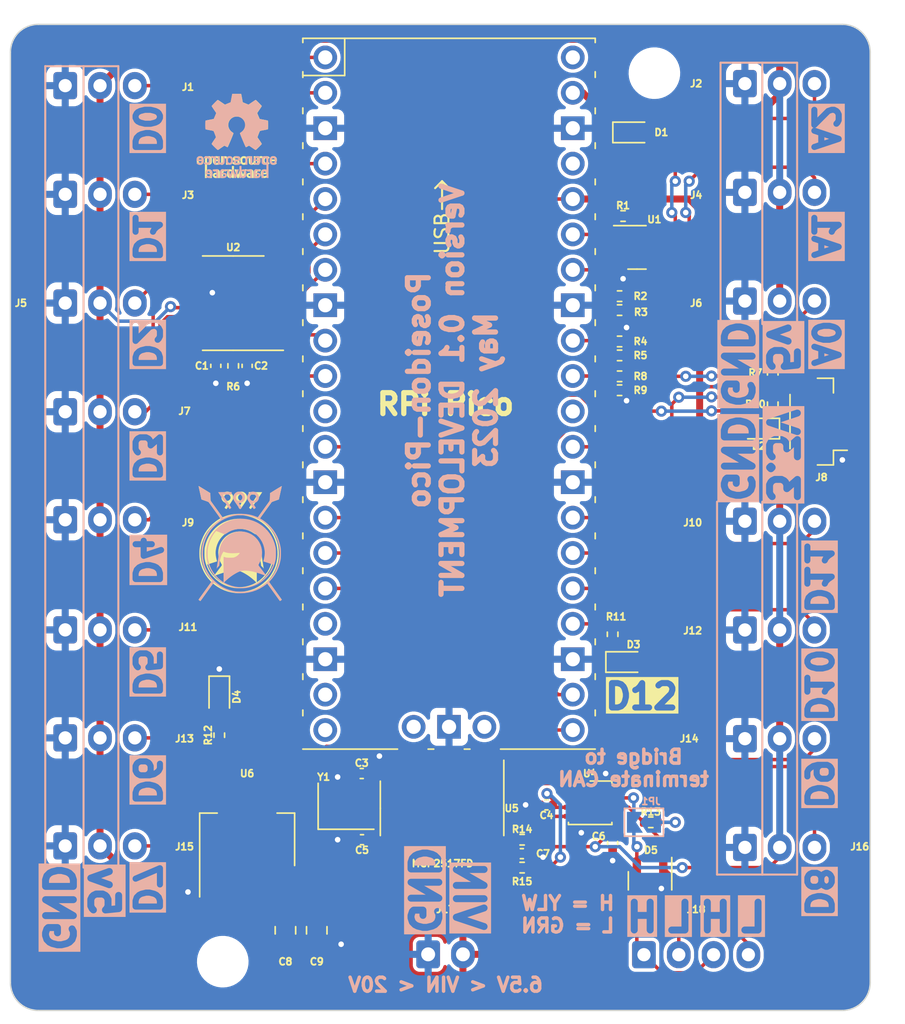
<source format=kicad_pcb>
(kicad_pcb (version 20221018) (generator pcbnew)
  (layers (0 "F.Cu" signal) (31 "B.Cu" signal) (34 "B.Paste" user) (35 "F.Paste" user) (36 "B.SilkS" user "B.Silkscreen") (37 "F.SilkS" user "F.Silkscreen") (38 "B.Mask" user) (39 "F.Mask" user) (44 "Edge.Cuts" user))
  (net 0 "")
  (net 1 "GND")
  (net 2 "+5V")
  (net 3 "+3.3V")
  (net 4 "/CAN_CLK_A")
  (net 5 "CANL")
  (net 6 "CANH")
  (net 7 "/CAN_CLK_B")
  (net 8 "CAN_CS")
  (net 9 "CAN_INT")
  (net 10 "5GPIO0")
  (net 11 "5GPIO4")
  (net 12 "5GPIO1")
  (net 13 "5GPIO5")
  (net 14 "5GPIO2")
  (net 15 "5GPIO6")
  (net 16 "5GPIO3")
  (net 17 "5GPIO7")
  (net 18 "SCL")
  (net 19 "SDA")
  (net 20 "3GPIO7")
  (net 21 "3GPIO6")
  (net 22 "3GPIO5")
  (net 23 "3GPIO4")
  (net 24 "3GPIO3")
  (net 25 "3GPIO2")
  (net 26 "3GPIO1")
  (net 27 "3GPIO0")
  (net 28 "ADC_VREF")
  (net 29 "CAN_SCK")
  (net 30 "CAN_PICO")
  (net 31 "VIN")
  (net 32 "GPIO8")
  (net 33 "GPIO10")
  (net 34 "GPIO11")
  (net 35 "GPIO9")
  (net 36 "5ADC0")
  (net 37 "5ADC1")
  (net 38 "5ADC2")
  (net 39 "3ADC0")
  (net 40 "3ADC1")
  (net 41 "3ADC2")
  (net 42 "CAN_POCI")
  (net 43 "/TXCAN")
  (net 44 "Net-(D1-K)")
  (net 45 "Net-(D2-K)")
  (net 46 "Net-(D3-A)")
  (net 47 "Net-(D4-A)")
  (net 48 "Net-(U2-OE)")
  (net 49 "Net-(U3-GPIO18)")
  (net 50 "/RXCAN")
  (net 63 "Net-(JP1-A)")
  (footprint "Connector_JST:JST_XH_B3B-XH-A_1x03_P2.50mm_Vertical" (layer "F.Cu") (at 100.433645 130.443662)
    (fp_text reference "J15")
    (fp_text value "Conn_01x03" hide)
  )
  (footprint "Connector_JST:JST_XH_B3B-XH-A_1x03_P2.50mm_Vertical" (layer "F.Cu") (at 100.433645 91.493662)
    (fp_text reference "J5")
    (fp_text value "Conn_01x03" hide)
  )
  (footprint "Resistor_SMD:R_0402_1005Metric" (layer "F.Cu") (at 111.5 122.5 -90)
    (fp_text reference "R12")
    (fp_text value "300" hide)
  )
  (footprint "Resistor_SMD:R_0402_1005Metric" (layer "F.Cu") (at 140.25 97.75)
    (fp_text reference "R9")
    (fp_text value "2.7k" hide)
  )
  (footprint "Connector_JST:JST_XH_B3B-XH-A_1x03_P2.50mm_Vertical" (layer "F.Cu") (at 100.433645 107.043662)
    (fp_text reference "J9")
    (fp_text value "Conn_01x03" hide)
  )
  (footprint "Connector_JST:JST_XH_B3B-XH-A_1x03_P2.50mm_Vertical" (layer "F.Cu") (at 149.25 114.95)
    (fp_text reference "J12")
    (fp_text value "Conn_01x03" hide)
  )
  (footprint "Resistor_SMD:R_0402_1005Metric" (layer "F.Cu") (at 140.5 85.25)
    (fp_text reference "R1")
    (fp_text value "10k" hide)
  )
  (footprint "Diode_SMD:D_0603_1608Metric" (layer "F.Cu") (at 141.25 79.25)
    (fp_text reference "D1")
    (fp_text value "D_Schottky" hide)
  )
  (footprint "Connector_JST:JST_XH_B3B-XH-A_1x03_P2.50mm_Vertical" (layer "F.Cu") (at 149.25 75.75)
    (fp_text reference "J2")
    (fp_text value "Conn_01x03" hide)
  )
  (footprint "Resistor_SMD:R_0402_1005Metric" (layer "F.Cu") (at 140.25 92)
    (fp_text reference "R3")
    (fp_text value "2.7k" hide)
  )
  (footprint "Connector_JST:JST_XH_B3B-XH-A_1x03_P2.50mm_Vertical" (layer "F.Cu") (at 149.25 130.55)
    (fp_text reference "J16")
    (fp_text value "Conn_01x03" hide)
  )
  (footprint "Package_TO_SOT_SMD:SOT-23" (layer "F.Cu") (at 141.5 87.5)
    (fp_text reference "U1")
    (fp_text value "LM4040DBZ-3" hide)
  )
  (footprint "Crystal:Crystal_SMD_3225-4Pin_3.2x2.5mm" (layer "F.Cu") (at 120.6 127.6)
    (fp_text reference "Y1")
    (fp_text value "40 MHz 9 pF" hide)
  )
  (footprint "Resistor_SMD:R_0402_1005Metric" (layer "F.Cu") (at 133.25 132 180)
    (fp_text reference "R15")
    (fp_text value "1k" hide)
  )
  (footprint "Resistor_SMD:R_0402_1005Metric" (layer "F.Cu") (at 151.25 98.75 90)
    (fp_text reference "R10")
    (fp_text value "10k" hide)
  )
  (footprint "MCU_RaspberryPi_and_Boards:RPi_Pico_SMD_TH" (layer "F.Cu") (at 128 98)
    (fp_text reference "U3" hide)
    (fp_text value "Pico" hide)
  )
  (footprint "Connector_JST:JST_SH_BM04B-SRSS-TB_1x04-1MP_P1.00mm_Vertical" (layer "F.Cu") (at 154.5 100 90)
    (fp_text reference "J8")
    (fp_text value "Conn_01x04" hide)
  )
  (footprint "Package_SO:TSSOP-20_4.4x6.5mm_P0.65mm" (layer "F.Cu") (at 112.5 91.5 180)
    (fp_text reference "U2")
    (fp_text value "TXB0108DQSR" hide)
  )
  (footprint "Package_TO_SOT_SMD:SOT-223-3_TabPin2" (layer "F.Cu") (at 113.5 130 90)
    (fp_text reference "U6")
    (fp_text value "NCP1117-5.0_SOT223" hide)
  )
  (footprint "Capacitor_SMD:C_0402_1005Metric" (layer "F.Cu") (at 111.25 96 -90)
    (fp_text reference "C1")
    (fp_text value "0.1 uF" hide)
  )
  (footprint "Connector_JST:JST_XH_B3B-XH-A_1x03_P2.50mm_Vertical" (layer "F.Cu") (at 100.433645 99.293662)
    (fp_text reference "J7")
    (fp_text value "Conn_01x03" hide)
  )
  (footprint "Resistor_SMD:R_0402_1005Metric" (layer "F.Cu") (at 140.25 91 180)
    (fp_text reference "R2")
    (fp_text value "1.5k" hide)
  )
  (footprint "MountingHole:MountingHole_3.2mm_M3" (layer "F.Cu") (at 142.75 75)
    (fp_text reference "REF**" hide)
    (fp_text value "MountingHole_3.2mm_M3" hide)
  )
  (footprint "Capacitor_SMD:C_0805_2012Metric" (layer "F.Cu") (at 118.5 136.5 -90)
    (fp_text reference "C9")
    (fp_text value "10 uF 35v" hide)
  )
  (footprint "Package_DFN_QFN:DFN-8-1EP_3x3mm_P0.65mm_EP1.55x2.4mm" (layer "F.Cu") (at 138.1375 127.35)
    (fp_text reference "U4")
    (fp_text value "MCP2542FDxMF" hide)
  )
  (footprint "Capacitor_SMD:C_0402_1005Metric" (layer "F.Cu") (at 133.23 131)
    (fp_text reference "C7")
    (fp_text value "0.1 uF" hide)
  )
  (footprint "Resistor_SMD:R_0402_1005Metric" (layer "F.Cu") (at 140.25 96.75 180)
    (fp_text reference "R8")
    (fp_text value "1.5k" hide)
  )
  (footprint "Connector_JST:JST_XH_B3B-XH-A_1x03_P2.50mm_Vertical" (layer "F.Cu") (at 100.433645 122.693662)
    (fp_text reference "J13")
    (fp_text value "Conn_01x03" hide)
  )
  (footprint "Resistor_SMD:R_0402_1005Metric" (layer "F.Cu") (at 112.5 96 90)
    (fp_text reference "R6")
    (fp_text value "10k" hide)
  )
  (footprint "Package_TO_SOT_SMD:SOT-23" (layer "F.Cu") (at 142.4375 132.95 -90)
    (fp_text reference "D5")
    (fp_text value "NUP2105L" hide)
  )
  (footprint "MountingHole:MountingHole_3.2mm_M3" (layer "F.Cu") (at 111.75 138.75)
    (fp_text reference "REF**" hide)
    (fp_text value "MountingHole_3.2mm_M3" hide)
  )
  (footprint "LED_SMD:LED_0603_1608Metric" (layer "F.Cu") (at 140.75 117.25)
    (fp_text reference "D3")
    (fp_text value "LED" hide)
  )
  (footprint "Connector_JST:JST_XH_B3B-XH-A_1x03_P2.50mm_Vertical" (layer "F.Cu") (at 149.25 122.75)
    (fp_text reference "J14")
    (fp_text value "Conn_01x03" hide)
  )
  (footprint "Package_SO:SOIC-14_3.9x8.7mm_P1.27mm" (layer "F.Cu") (at 127.5 127.75 -90)
    (fp_text reference "U5")
    (fp_text value "MCP2517FD-xSL" hide)
  )
  (footprint "Capacitor_SMD:C_0402_1005Metric" (layer "F.Cu") (at 121.75 130)
    (fp_text reference "C5")
    (fp_text value "10 pF" hide)
  )
  (footprint "Capacitor_SMD:C_0402_1005Metric" (layer "F.Cu") (at 135 127.5)
    (fp_text reference "C4")
    (fp_text value "0.1 uF" hide)
  )
  (footprint "Resistor_SMD:R_0402_1005Metric" (layer "F.Cu") (at 133.25 130 180)
    (fp_text reference "R14")
    (fp_text value "1k" hide)
  )
  (footprint "Connector_JST:JST_XH_B3B-XH-A_1x03_P2.50mm_Vertical" (layer "F.Cu") (at 149.25 91.35)
    (fp_text reference "J6")
    (fp_text value "Conn_01x03" hide)
  )
  (footprint "Connector_JST:JST_XH_B3B-XH-A_1x03_P2.50mm_Vertical" (layer "F.Cu") (at 149.25 107.15)
    (fp_text reference "J10")
    (fp_text value "Conn_01x03" hide)
  )
  (footprint "Connector_JST:JST_XH_B2B-XH-A_1x02_P2.50mm_Vertical" (layer "F.Cu") (at 126.5 138.225)
    (fp_text reference "J17")
    (fp_text value "Conn_01x02" hide)
  )
  (footprint "Resistor_SMD:R_0402_1005Metric" (layer "F.Cu") (at 140.25 94.25)
    (fp_text reference "R4")
    (fp_text value "2.7k" hide)
  )
  (footprint "Connector_JST:JST_XH_B3B-XH-A_1x03_P2.50mm_Vertical" (layer "F.Cu") (at 149.25 83.55)
    (fp_text reference "J4")
    (fp_text value "Conn_01x03" hide)
  )
  (footprint "Diode_SMD:D_0603_1608Metric" (layer "F.Cu") (at 150.25 100.5 180)
    (fp_text reference "D2")
    (fp_text value "D_Schottky" hide)
  )
  (footprint "Connector_JST:JST_XH_B3B-XH-A_1x03_P2.50mm_Vertical" (layer "F.Cu") (at 100.433645 114.943662)
    (fp_text reference "J11")
    (fp_text value "Conn_01x03" hide)
  )
  (footprint "Capacitor_SMD:C_0402_1005Metric" (layer "F.Cu") (at 139.75 130.23 -90)
    (fp_text reference "C6")
    (fp_text value "0.1 uF" hide)
  )
  (footprint "Capacitor_SMD:C_0402_1005Metric" (layer "F.Cu") (at 113.5 96 -90)
    (fp_text reference "C2")
    (fp_text value "0.1 uF" hide)
  )
  (footprint "Connector_JST:JST_XH_B3B-XH-A_1x03_P2.50mm_Vertical" (layer "F.Cu") (at 100.433645 83.693662)
    (fp_text reference "J3")
    (fp_text value "Conn_01x03" hide)
  )
  (footprint "LED_SMD:LED_0603_1608Metric" (layer "F.Cu") (at 111.5 119.75 -90)
    (fp_text reference "D4")
    (fp_text value "LED" hide)
  )
  (footprint "Connector_JST:JST_XH_B4B-XH-A_1x04_P2.50mm_Vertical" (layer "F.Cu") (at 142 138.25)
    (fp_text reference "J18")
    (fp_text value "Conn_01x04" hide)
  )
  (footprint "Resistor_SMD:R_0402_1005Metric" (layer "F.Cu") (at 139.75 115.26 90)
    (fp_text reference "R11")
    (fp_text value "300" hide)
  )
  (footprint "Capacitor_SMD:C_0402_1005Metric" (layer "F.Cu") (at 121.73 125.25 180)
    (fp_text reference "C3")
    (fp_text value "10 pF" hide)
  )
  (footprint "parts:997-big" (layer "F.Cu") (at 112.956356 108.256338)
    (fp_text reference "1" hide)
    (fp_text value "LOGO" hide)
  )
  (footprint "Resistor_SMD:R_0402_1005Metric" (layer "F.Cu") (at 142.49 128.75 180)
    (fp_text reference "R13")
    (fp_text value "120" hide)
  )
  (footprint "Symbol:OSHW-Logo_5.7x6mm_SilkScreen" (layer "F.Cu") (at 112.75 79.5)
    (fp_text reference "oshw_f" hide)
    (fp_text value "OSHW-Logo_5.7x6mm_SilkScreen" hide)
  )
  (footprint "Capacitor_SMD:C_0805_2012Metric" (layer "F.Cu") (at 116.25 136.5 -90)
    (fp_text reference "C8")
    (fp_text value "10 uF" hide)
  )
  (footprint "Resistor_SMD:R_0402_1005Metric" (layer "F.Cu") (at 151.25 96.5 -90)
    (fp_text reference "R7")
    (fp_text value "10k" hide)
  )
  (footprint "Resistor_SMD:R_0402_1005Metric" (layer "F.Cu") (at 140.25 95.25 180)
    (fp_text reference "R5")
    (fp_text value "1.5k" hide)
  )
  (footprint "Connector_JST:JST_XH_B3B-XH-A_1x03_P2.50mm_Vertical" (layer "F.Cu") (at 100.433645 75.893662)
    (fp_text reference "J1")
    (fp_text value "Conn_01x03" hide)
  )
  (footprint "Jumper:SolderJumper-2_P1.3mm_Open_TrianglePad1.0x1.5mm" (layer "B.Cu") (at 142 128.75 180)
    (fp_text reference "JP1")
    (fp_text value "Jumper_2_Open" hide)
  )
  (footprint "parts:997-big" (layer "B.Cu") (at 113.043646 108.256338 180)
    (fp_text reference "2" hide)
    (fp_text value "LOGO" hide)
  )
  (footprint "Symbol:OSHW-Logo_5.7x6mm_SilkScreen" (layer "B.Cu") (at 112.75 79.5 180)
    (fp_text reference "oshw_b" hide)
    (fp_text value "OSHW-Logo_5.7x6mm_SilkScreen" hide)
  )
  (gr_line (start 147.5 92.75) (end 147.5 74.25) (stroke (width 0.15)) (layer "B.SilkS"))
  (gr_line (start 104.25 132) (end 104.25 74.5) (stroke (width 0.15)) (layer "B.SilkS"))
  (gr_line (start 153 132.5) (end 150.5 132.5) (stroke (width 0.15)) (layer "B.SilkS"))
  (gr_line (start 147.25 105.75) (end 147.25 132.5) (stroke (width 0.15)) (layer "B.SilkS"))
  (gr_line (start 104.25 74.5) (end 99 74.5) (stroke (width 0.15)) (layer "B.SilkS"))
  (gr_line (start 153 105.75) (end 153 132.5) (stroke (width 0.15)) (layer "B.SilkS"))
  (gr_line (start 150.5 105.75) (end 150.5 132.5) (stroke (width 0.15)) (layer "B.SilkS"))
  (gr_line (start 99 74.5) (end 99 131.75) (stroke (width 0.15)) (layer "B.SilkS"))
  (gr_line (start 147.5 74.25) (end 153 74.25) (stroke (width 0.15)) (layer "B.SilkS"))
  (gr_line (start 150.5 93) (end 150.5 74.25) (stroke (width 0.15)) (layer "B.SilkS"))
  (gr_line (start 153 74.25) (end 153 93) (stroke (width 0.15)) (layer "B.SilkS"))
  (gr_line (start 101.75 132) (end 101.75 74.5) (stroke (width 0.15)) (layer "B.SilkS"))
  (gr_line (start 147.25 132.5) (end 150.5 132.5) (stroke (width 0.15)) (layer "B.SilkS"))
  (gr_line (start 127.5 82.75) (end 128 83.25) (stroke (width 0.15)) (layer "F.SilkS"))
  (gr_line (start 127.5 84.75) (end 127.5 82.75) (stroke (width 0.15)) (layer "F.SilkS"))
  (gr_line (start 127.5 82.75) (end 127 83.25) (stroke (width 0.15)) (layer "F.SilkS"))
  (gr_line (start 158.25 73.5) (end 158.25 140.25) (stroke (width 0.1)) (layer "Edge.Cuts"))
  (gr_arc (start 98.5 142.25) (mid 97.085786 141.664214) (end 96.5 140.25) (stroke (width 0.1)) (layer "Edge.Cuts"))
  (gr_line (start 96.5 140.25) (end 96.5 73.5) (stroke (width 0.1)) (layer "Edge.Cuts"))
  (gr_arc (start 156.25 71.5) (mid 157.664214 72.085786) (end 158.25 73.5) (stroke (width 0.1)) (layer "Edge.Cuts"))
  (gr_arc (start 96.5 73.5) (mid 97.085786 72.085786) (end 98.5 71.5) (stroke (width 0.1)) (layer "Edge.Cuts"))
  (gr_line (start 98.5 71.5) (end 156.25 71.5) (stroke (width 0.1)) (layer "Edge.Cuts"))
  (gr_line (start 156.25 142.25) (end 98.5 142.25) (stroke (width 0.1)) (layer "Edge.Cuts"))
  (gr_arc (start 158.25 140.25) (mid 157.664214 141.664214) (end 156.25 142.25) (stroke (width 0.1)) (layer "Edge.Cuts"))
  (gr_text "D2" (at 105.25 96.5 270) (layer "B.SilkS" knockout) (effects (font (size 1.75 1.75) (thickness 0.4375) bold) (justify left bottom mirror)))
  (gr_text "Bridge to\nterminate CAN" (at 141.25 126.25) (layer "B.SilkS") (effects (font (size 1 1) (thickness 0.25) bold) (justify bottom mirror)))
  (gr_text "D5" (at 105.25 120 270) (layer "B.SilkS" knockout) (effects (font (size 1.75 1.75) (thickness 0.4375) bold) (justify left bottom mirror)))
  (gr_text "6.5V < VIN < 20V" (at 127.75 141) (layer "B.SilkS") (effects (font (size 1 1) (thickness 0.25) bold) (justify bottom mirror)))
  (gr_text "L" (at 145.75 136.75) (layer "B.SilkS" knockout) (effects (font (size 2 2) (thickness 0.5) bold) (justify left bottom mirror)))
  (gr_text "VIN" (at 128.25 136.75 -90) (layer "B.SilkS" knockout) (effects (font (size 2 2) (thickness 0.5) bold) (justify left bottom mirror)))
  (gr_text "H" (at 148.5 136.75) (layer "B.SilkS" knockout) (effects (font (size 2 2) (thickness 0.5) bold) (justify left bottom mirror)))
  (gr_text "5v" (at 102 135.75 270) (layer "B.SilkS" knockout) (effects (font (size 2 2) (thickness 0.5) bold) (justify left bottom mirror)))
  (gr_text "A0" (at 154 96.25 270) (layer "B.SilkS" knockout) (effects (font (size 1.75 1.75) (thickness 0.4375) bold) (justify left bottom mirror)))
  (gr_text "D11" (at 153.5 114 270) (layer "B.SilkS" knockout) (effects (font (size 1.75 1.75) (thickness 0.4375) bold) (justify left bottom mirror)))
  (gr_text "D0" (at 105.25 81 270) (layer "B.SilkS" knockout) (effects (font (size 1.75 1.75) (thickness 0.4375) bold) (justify left bottom mirror)))
  (gr_text "D6" (at 105.25 127.75 270) (layer "B.SilkS" knockout) (effects (font (size 1.75 1.75) (thickness 0.4375) bold) (justify left bottom mirror)))
  (gr_text "D7" (at 105.25 135.5 270) (layer "B.SilkS" knockout) (effects (font (size 1.75 1.75) (thickness 0.4375) bold) (justify left bottom mirror)))
  (gr_text "D4" (at 105.25 112 270) (layer "B.SilkS" knockout) (effects (font (size 1.75 1.75) (thickness 0.4375) bold) (justify left bottom mirror)))
  (gr_text "D1" (at 105.25 88.75 270) (layer "B.SilkS" knockout) (effects (font (size 1.75 1.75) (thickness 0.4375) bold) (justify left bottom mirror)))
  (gr_text "5v" (at 150.75 96.75 270) (layer "B.SilkS" knockout) (effects (font (size 2 2) (thickness 0.5) bold) (justify left bottom mirror)))
  (gr_text "D8" (at 153.5 135.75 270) (layer "B.SilkS" knockout) (effects (font (size 1.75 1.75) (thickness 0.4375) bold) (justify left bottom mirror)))
  (gr_text "GND" (at 147.5 99.25 -90) (layer "B.SilkS" knockout) (effects (font (size 2 2) (thickness 0.5) bold) (justify left bottom mirror)))
  (gr_text "D9" (at 153.5 128 270) (layer "B.SilkS" knockout) (effects (font (size 1.75 1.75) (thickness 0.4375) bold) (justify left bottom mirror)))
  (gr_text "H = YLW\nL = GRN" (at 140 136.75) (layer "B.SilkS") (effects (font (size 1 1) (thickness 0.25) bold) (justify left bottom mirror)))
  (gr_text "GND" (at 147.5 106 -90) (layer "B.SilkS" knockout) (effects (font (size 2 2) (thickness 0.5) bold) (justify left bottom mirror)))
  (gr_text "D10" (at 153.5 121.75 270) (layer "B.SilkS" knockout) (effects (font (size 1.75 1.75) (thickness 0.4375) bold) (justify left bottom mirror)))
  (gr_text "A1" (at 154 88.5 270) (layer "B.SilkS" knockout) (effects (font (size 1.75 1.75) (thickness 0.4375) bold) (justify left bottom mirror)))
  (gr_text "Poseidon-Pico\nVersion 0.1 DEVELOPMENT\nMay 2023" (at 128.25 97.75 90) (layer "B.SilkS") (effects (font (size 1.5 1.5) (thickness 0.375)) (justify mirror)))
  (gr_text "H" (at 143.25 136.75) (layer "B.SilkS" knockout) (effects (font (size 2 2) (thickness 0.5) bold) (justify left bottom mirror)))
  (gr_text "D3" (at 105.25 104.5 270) (layer "B.SilkS" knockout) (effects (font (size 1.75 1.75) (thickness 0.4375) bold) (justify left bottom mirror)))
  (gr_text "A2" (at 154 80.75 270) (layer "B.SilkS" knockout) (effects (font (size 1.75 1.75) (thickness 0.4375) bold) (justify left bottom mirror)))
  (gr_text "3.3V" (at 150.75 106 270) (layer "B.SilkS" knockout) (effects (font (size 2 2) (thickness 0.5) bold) (justify left bottom mirror)))
  (gr_text "GND" (at 125 137 -90) (layer "B.SilkS" knockout) (effects (font (size 2 2) (thickness 0.5) bold) (justify left bottom mirror)))
  (gr_text "L" (at 151 136.75) (layer "B.SilkS" knockout) (effects (font (size 2 2) (thickness 0.5) bold) (justify left bottom mirror)))
  (gr_text "GND" (at 98.75 138.25 -90) (layer "B.SilkS" knockout) (effects (font (size 2 2) (thickness 0.5) bold) (justify left bottom mirror)))
  (gr_text "USB" (at 127.5 86.5 90) (layer "F.SilkS") (effects (font (size 1 1))))
  (gr_text "RPi Pico" (at 127.75 98.75) (layer "F.SilkS") (effects (font (size 1.5 1.5) (thickness 0.375))))
  (gr_text "D12" (at 139 120.75) (layer "F.SilkS" knockout) (effects (font (size 1.75 1.75) (thickness 0.4375) bold) (justify left bottom)))
  (gr_text "MCP2517FD" (at 125.25 132) (layer "F.SilkS") (effects (font (size 0.5 0.5) (thickness 0.125) bold) (justify left bottom)))
  (segment (start 121.625 128.45) (end 121.7 128.45) (width 0.25) (layer "F.Cu") (net 1))
  (segment (start 140.73 92.1) (end 140.73 93.23) (width 0.25) (layer "F.Cu") (net 1))
  (segment (start 139.6875 126.375) (end 139.6875 125.6875) (width 0.25) (layer "F.Cu") (net 1))
  (segment (start 140.76 97.75) (end 140.76 98.49) (width 0.25) (layer "F.Cu") (net 1))
  (segment (start 155.825 102.325) (end 156.25 102.75) (width 0.25) (layer "F.Cu") (net 1))
  (segment (start 140.76 94.25) (end 140.76 93.26) (width 0.25) (layer "F.Cu") (net 1))
  (segment (start 109.6375 91.175) (end 110.575 91.175) (width 0.25) (layer "F.Cu") (net 1))
  (segment (start 109.85 133.15) (end 109.25 133.75) (width 0.5) (layer "F.Cu") (net 1))
  (segment (start 139.6875 125.6875) (end 139.25 125.25) (width 0.25) (layer "F.Cu") (net 1))
  (segment (start 139.75 130.71) (end 139.75 131.5) (width 0.25) (layer "F.Cu") (net 1))
  (segment (start 123.69 124.69) (end 123 124) (width 0.25) (layer "F.Cu") (net 1))
  (segment (start 133.71 131.95) (end 133.76 132) (width 0.25) (layer "F.Cu") (net 1))
  (segment (start 133.71 131) (end 133.71 131.95) (width 0.25) (layer "F.Cu") (net 1))
  (segment (start 111.25 96.48) (end 111.25 97.25) (width 0.25) (layer "F.Cu") (net 1))
  (segment (start 119.5 126) (end 120 125.5) (width 0.25) (layer "F.Cu") (net 1))
  (segment (start 138.1375 128.8625) (end 137.5 129.5) (width 0.25) (layer "F.Cu") (net 1))
  (segment (start 140.76 98.49) (end 140.75 98.5) (width 0.25) (layer "F.Cu") (net 1))
  (segment (start 116.25 137.45) (end 118.5 137.45) (width 0.5) (layer "F.Cu") (net 1))
  (segment (start 140.76 93.26) (end 140.75 93.25) (width 0.25) (layer "F.Cu") (net 1))
  (segment (start 134 132) (end 134.75 131.25) (width 0.25) (layer "F.Cu") (net 1))
  (segment (start 155.825 101.5) (end 155.825 102.325) (width 0.25) (layer "F.Cu") (net 1))
  (segment (start 136.5875 127.025) (end 137.8125 127.025) (width 0.25) (layer "F.Cu") (net 1))
  (segment (start 134.52 127.5) (end 133.5 127.5) (width 0.25) (layer "F.Cu") (net 1))
  (segment (start 138.1375 127.35) (end 138.1375 128.8625) (width 0.25) (layer "F.Cu") (net 1))
  (segment (start 140.73 93.23) (end 140.75 93.25) (width 0.25) (layer "F.Cu") (net 1))
  (segment (start 119.5 126.75) (end 119.925 126.75) (width 0.25) (layer "F.Cu") (net 1))
  (segment (start 121 125.5) (end 121.25 125.25) (width 0.25) (layer "F.Cu") (net 1))
  (segment (start 111.5 118.9625) (end 111.5 117.75) (width 0.25) (layer "F.Cu") (net 1))
  (segment (start 142.4375 133.8875) (end 142.8625 133.8875) (width 0.25) (layer "F.Cu") (net 1))
  (segment (start 140.5625 89.6875) (end 140.5 89.75) (width 0.25) (layer "F.Cu") (net 1))
  (segment (start 121.27 130) (end 120 130) (width 0.25) (layer "F.Cu") (net 1))
  (segment (start 119.5 126.75) (end 119.5 126) (width 0.25) (layer "F.Cu") (net 1))
  (segment (start 111.2 133.15) (end 109.85 133.15) (width 0.5) (layer "F.Cu") (net 1))
  (segment (start 118.5 137.45) (end 120.2 137.45) (width 0.5) (layer "F.Cu") (net 1))
  (segment (start 113.5 96.48) (end 113.5 97.25) (width 0.25) (layer "F.Cu") (net 1))
  (segment (start 123.69 125.275) (end 123.69 124.69) (width 0.25) (layer "F.Cu") (net 1))
  (segment (start 119.925 126.75) (end 121.625 128.45) (width 0.25) (layer "F.Cu") (net 1))
  (segment (start 110.575 91.175) (end 111 90.75) (width 0.25) (layer "F.Cu") (net 1))
  (segment (start 142.8625 133.8875) (end 143.25 133.5) (width 0.25) (layer "F.Cu") (net 1))
  (segment (start 137.8125 127.025) (end 138.1375 127.35) (width 0.25) (layer "F.Cu") (net 1))
  (segment (start 120 125.5) (end 121 125.5) (width 0.25) (layer "F.Cu") (net 1))
  (segment (start 139.7625 117.05) (end 136.89 117.05) (width 0.25) (layer "F.Cu") (net 1))
  (segment (start 140.5625 88.45) (end 140.5625 89.6875) (width 0.25) (layer "F.Cu") (net 1))
  (segment (start 133.76 132) (end 134 132) (width 0.25) (layer "F.Cu") (net 1))
  (segment (start 120.2 137.45) (end 120.25 137.5) (width 0.5) (layer "F.Cu") (net 1))
  (via (at 134.75 131.25) (size 0.8) (drill 0.4) (layers "F.Cu" "B.Cu") (net 1))
  (via (at 143.25 133.5) (size 0.8) (drill 0.4) (layers "F.Cu" "B.Cu") (net 1))
  (via (at 111 90.75) (size 0.8) (drill 0.4) (layers "F.Cu" "B.Cu") (net 1))
  (via (at 120 130) (size 0.8) (drill 0.4) (layers "F.Cu" "B.Cu") (net 1))
  (via (at 140.75 93.25) (size 0.8) (drill 0.4) (layers "F.Cu" "B.Cu") (net 1))
  (via (at 139.75 131.5) (size 0.8) (drill 0.4) (layers "F.Cu" "B.Cu") (net 1))
  (via (at 109.25 133.75) (size 0.8) (drill 0.4) (layers "F.Cu" "B.Cu") (net 1))
  (via (at 140.5 89.75) (size 0.8) (drill 0.4) (layers "F.Cu" "B.Cu") (net 1))
  (via (at 113.5 97.25) (size 0.8) (drill 0.4) (layers "F.Cu" "B.Cu") (net 1))
  (via (at 111.25 97.25) (size 0.8) (drill 0.4) (layers "F.Cu" "B.Cu") (net 1))
  (via (at 139.25 125.25) (size 0.8) (drill 0.4) (layers "F.Cu" "B.Cu") (net 1))
  (via (at 111.5 117.75) (size 0.8) (drill 0.4) (layers "F.Cu" "B.Cu") (net 1))
  (via (at 120 125.5) (size 0.8) (drill 0.4) (layers "F.Cu" "B.Cu") (net 1))
  (via (at 140.75 98.5) (size 0.8) (drill 0.4) (layers "F.Cu" "B.Cu") (net 1))
  (via (at 133.5 127.5) (size 0.8) (drill 0.4) (layers "F.Cu" "B.Cu") (net 1))
  (via (at 137.5 129.5) (size 0.8) (drill 0.4) (layers "F.Cu" "B.Cu") (net 1))
  (via (at 120.25 137.5) (size 0.8) (drill 0.4) (layers "F.Cu" "B.Cu") (net 1))
  (via (at 156.25 102.75) (size 0.8) (drill 0.4) (layers "F.Cu" "B.Cu") (net 1))
  (via (at 123 124) (size 0.8) (drill 0.4) (layers "F.Cu" "B.Cu") (net 1))
  (segment (start 135.48 127.5) (end 135.48 127.138054) (width 0.25) (layer "F.Cu") (net 2))
  (segment (start 151.75 75.75) (end 151.75 76.5) (width 0.5) (layer "F.Cu") (net 2))
  (segment (start 151.75 83.55) (end 151.75 91.35) (width 0.5) (layer "F.Cu") (net 2))
  (segment (start 142.0375 78.2125) (end 142.0375 79.25) (width 0.5) (layer "F.Cu") (net 2))
  (segment (start 135.655 127.675) (end 135.48 127.5) (width 0.25) (layer "F.Cu") (net 2))
  (segment (start 115.65 135.55) (end 116.25 135.55) (width 0.5) (layer "F.Cu") (net 2))
  (segment (start 109.6375 91.825) (end 108.075 91.825) (width 0.25) (layer "F.Cu") (net 2))
  (segment (start 134.25 133) (end 128 133) (width 0.25) (layer "F.Cu") (net 2))
  (segment (start 136.5875 127.675) (end 135.655 127.675) (width 0.25) (layer "F.Cu") (net 2))
  (segment (start 128 133) (end 119.25 133) (width 0.25) (layer "F.Cu") (net 2))
  (segment (start 150.75 77.5) (end 142.75 77.5) (width 0.5) (layer "F.Cu") (net 2))
  (segment (start 135.48 127.138054) (end 135.03398 126.692034) (width 0.25) (layer "F.Cu") (net 2))
  (segment (start 151.75 73.75) (end 151.75 75.75) (width 0.5) (layer "F.Cu") (net 2))
  (segment (start 110.326041 91.825) (end 111.25 92.748959) (width 0.25) (layer "F.Cu") (net 2))
  (segment (start 104.358645 131.868662) (end 109.131338 131.868662) (width 0.5) (layer "F.Cu") (net 2))
  (segment (start 108.075 91.825) (end 108 91.75) (width 0.25) (layer "F.Cu") (net 2))
  (segment (start 119.25 133) (end 117 130.75) (width 0.25) (layer "F.Cu") (net 2))
  (segment (start 136 131.25) (end 134.25 133) (width 0.25) (layer "F.Cu") (net 2))
  (segment (start 113.5 133.4) (end 115.65 135.55) (width 0.5) (layer "F.Cu") (net 2))
  (segment (start 109.6375 91.825) (end 110.326041 91.825) (width 0.25) (layer "F.Cu") (net 2))
  (segment (start 142.75 77.5) (end 142.0375 78.2125) (width 0.5) (layer "F.Cu") (net 2))
  (segment (start 150.57 72.57) (end 151.75 73.75) (width 0.5) (layer "F.Cu") (net 2))
  (segment (start 151.75 76.5) (end 150.75 77.5) (width 0.5) (layer "F.Cu") (net 2))
  (segment (start 109.131338 131.868662) (end 110.75 130.25) (width 0.5) (layer "F.Cu") (net 2))
  (segment (start 111.25 92.748959) (end 111.25 95.52) (width 0.25) (layer "F.Cu") (net 2))
  (segment (start 102.933645 130.443662) (end 102.933645 75.893662) (width 0.5) (layer "F.Cu") (net 2))
  (segment (start 102.933645 75.893662) (end 106.257307 72.57) (width 0.5) (layer "F.Cu") (net 2))
  (segment (start 106.257307 72.57) (end 150.57 72.57) (width 0.5) (layer "F.Cu") (net 2))
  (segment (start 102.933645 130.443662) (end 104.358645 131.868662) (width 0.5) (layer "F.Cu") (net 2))
  (via (at 108 91.75) (size 0.8) (drill 0.4) (layers "F.Cu" "B.Cu") (net 2))
  (via (at 135.03398 126.692034) (size 0.8) (drill 0.4) (layers "F.Cu" "B.Cu") (net 2))
  (via (at 136 131.25) (size 0.8) (drill 0.4) (layers "F.Cu" "B.Cu") (net 2))
  (segment (start 151.75 83.55) (end 151.75 75.75) (width 0.5) (layer "B.Cu") (net 2))
  (segment (start 108 91.75) (end 106.956338 92.793662) (width 0.25) (layer "B.Cu") (net 2))
  (segment (start 106.956338 92.793662) (end 104.233645 92.793662) (width 0.25) (layer "B.Cu") (net 2))
  (segment (start 104.233645 92.793662) (end 102.933645 91.493662) (width 0.25) (layer "B.Cu") (net 2))
  (segment (start 136 127.5) (end 136 131.25) (width 0.25) (layer "B.Cu") (net 2))
  (segment (start 135.192034 126.692034) (end 136 127.5) (width 0.25) (layer "B.Cu") (net 2))
  (segment (start 135.03398 126.692034) (end 135.192034 126.692034) (width 0.25) (layer "B.Cu") (net 2))
  (segment (start 151.25 95.99) (end 150.373604 95.99) (width 0.25) (layer "F.Cu") (net 3))
  (segment (start 112.5 96.51) (end 113.49 95.52) (width 0.25) (layer "F.Cu") (net 3))
  (segment (start 113.5 95.52) (end 113.5 92.248959) (width 0.25) (layer "F.Cu") (net 3))
  (segment (start 132.75 130.992391) (end 133.742391 130) (width 0.25) (layer "F.Cu") (net 3))
  (segment (start 139.25 129.75) (end 138.5 130.5) (width 0.25) (layer "F.Cu") (net 3))
  (segment (start 131.975 130.225) (end 132.75 131) (width 0.25) (layer "F.Cu") (net 3))
  (segment (start 150.7025 99.26) (end 149.4625 100.5) (width 0.25) (layer "F.Cu") (net 3))
  (segment (start 151.75 107.15) (end 151.75 105) (width 0.5) (layer "F.Cu") (net 3))
  (segment (start 120.75 97.25) (end 120.75 85.31) (width 0.25) (layer "F.Cu") (net 3))
  (segment (start 150.5 103.75) (end 146.5 103.75) (width 0.5) (layer "F.Cu") (net 3))
  (segment (start 150.373604 95.99) (end 148.863604 97.5) (width 0.25) (layer "F.Cu") (net 3))
  (segment (start 133.76 130) (end 134.26 130.5) (width 0.25) (layer "F.Cu") (net 3))
  (segment (start 151.75 114.95) (end 151.75 122.75) (width 0.5) (layer "F.Cu") (net 3))
  (segment (start 136.89 84.03) (end 140 84.03) (width 0.5) (layer "F.Cu") (net 3))
  (segment (start 133.742391 130) (end 133.76 130) (width 0.25) (layer "F.Cu") (net 3))
  (segment (start 139.75 129.75) (end 139.25 129.75) (width 0.25) (layer "F.Cu") (net 3))
  (segment (start 146.5 103.75) (end 146 103.25) (width 0.5) (layer "F.Cu") (net 3))
  (segment (start 146 100.5) (end 146 97.5) (width 0.5) (layer "F.Cu") (net 3))
  (segment (start 146 103.25) (end 146 100.5) (width 0.5) (layer "F.Cu") (net 3))
  (segment (start 140 84.03) (end 145.25 84.03) (width 0.5) (layer "F.Cu") (net 3))
  (segment (start 151 132) (end 151.75 131.25) (width 0.25) (layer "F.Cu") (net 3))
  (segment (start 134.26 130.5) (end 138.5 130.5) (width 0.25) (layer "F.Cu") (net 3))
  (segment (start 118 98) (end 120 98) (width 0.25) (layer "F.Cu") (net 3))
  (segment (start 151.75 131.25) (end 151.75 130.55) (width 0.25) (layer "F.Cu") (net 3))
  (segment (start 139.99 84.04) (end 140 84.03) (width 0.25) (layer "F.Cu") (net 3))
  (segment (start 113.923959 91.825) (end 114.6125 91.825) (width 0.25) (layer "F.Cu") (net 3))
  (segment (start 148.863604 97.5) (end 146 97.5) (width 0.25) (layer "F.Cu") (net 3))
  (segment (start 122.03 84.03) (end 120.75 85.31) (width 0.25) (layer "F.Cu") (net 3))
  (segment (start 131.31 130.225) (end 131.975 130.225) (width 0.25) (layer "F.Cu") (net 3))
  (segment (start 139.99 85.25) (end 139.99 84.04) (width 0.25) (layer "F.Cu") (net 3))
  (segment (start 120 98) (end 120.75 97.25) (width 0.25) (layer "F.Cu") (net 3))
  (segment (start 146 97.5) (end 146 84.78) (width 0.5) (layer "F.Cu") (net 3))
  (segment (start 139.75 128.3875) (end 139.6875 128.325) (width 0.25) (layer "F.Cu") (net 3))
  (segment (start 146 84.78) (end 145.25 84.03) (width 0.5) (layer "F.Cu") (net 3))
  (segment (start 132.75 131) (end 132.75 130.992391) (width 0.25) (layer "F.Cu") (net 3))
  (segment (start 139.75 129.75) (end 139.75 128.3875) (width 0.25) (layer "F.Cu") (net 3))
  (segment (start 113.5 95.52) (end 115.52 95.52) (width 0.25) (layer "F.Cu") (net 3))
  (segment (start 151.75 105) (end 150.5 103.75) (width 0.5) (layer "F.Cu") (net 3))
  (segment (start 151.25 99.26) (end 150.7025 99.26) (width 0.25) (layer "F.Cu") (net 3))
  (segment (start 122.03 84.03) (end 136.89 84.03) (width 0.25) (layer "F.Cu") (net 3))
  (segment (start 115.52 95.52) (end 118 98) (width 0.25) (layer "F.Cu") (net 3))
  (segment (start 149.4625 100.5) (end 146 100.5) (width 0.5) (layer "F.Cu") (net 3))
  (segment (start 113.5 92.248959) (end 113.923959 91.825) (width 0.25) (layer "F.Cu") (net 3))
  (segment (start 144.75 132) (end 151 132) (width 0.25) (layer "F.Cu") (net 3))
  (via (at 144.75 132) (size 0.8) (drill 0.4) (layers "F.Cu" "B.Cu") (net 3))
  (via (at 138.5 130.5) (size 0.8) (drill 0.4) (layers "F.Cu" "B.Cu") (net 3))
  (segment (start 141.5 131.75) (end 141.75 132) (width 0.25) (layer "B.Cu") (net 3))
  (segment (start 141.5 131.75) (end 140.25 130.5) (width 0.25) (layer "B.Cu") (net 3))
  (segment (start 141.6 131.85) (end 141.5 131.75) (width 0.25) (layer "B.Cu") (net 3))
  (segment (start 143.5 132) (end 144.75 132) (width 0.25) (layer "B.Cu") (net 3))
  (segment (start 140.25 130.5) (end 138.5 130.5) (width 0.25) (layer "B.Cu") (net 3))
  (segment (start 151.75 122.75) (end 151.75 130.55) (width 0.5) (layer "B.Cu") (net 3))
  (segment (start 151.75 107.15) (end 151.75 114.95) (width 0.5) (layer "B.Cu") (net 3))
  (segment (start 141.75 132) (end 143.5 132) (width 0.25) (layer "B.Cu") (net 3))
  (segment (start 122.23 130) (end 122.23 129.395) (width 0.25) (layer "F.Cu") (net 4))
  (segment (start 119.5 128.45) (end 120.425 129.375) (width 0.25) (layer "F.Cu") (net 4))
  (segment (start 126.23 125.77) (end 126.23 125.275) (width 0.25) (layer "F.Cu") (net 4))
  (segment (start 122.625 129.375) (end 126.23 125.77) (width 0.25) (layer "F.Cu") (net 4))
  (segment (start 120.425 129.375) (end 122.25 129.375) (width 0.25) (layer "F.Cu") (net 4))
  (segment (start 122.23 129.395) (end 122.25 129.375) (width 0.25) (layer "F.Cu") (net 4))
  (segment (start 122.25 129.375) (end 122.625 129.375) (width 0.25) (layer "F.Cu") (net 4))
  (segment (start 144.5 136.75) (end 144.5 137) (width 0.25) (layer "F.Cu") (net 5))
  (segment (start 140.905 127.675) (end 139.6875 127.675) (width 0.25) (layer "F.Cu") (net 5))
  (segment (start 144.5 136.75) (end 148.75 136.75) (width 0.25) (layer "F.Cu") (net 5))
  (segment (start 143.3875 132.0125) (end 143.3875 130.1575) (width 0.25) (layer "F.Cu") (net 5))
  (segment (start 144.5 133.125) (end 143.3875 132.0125) (width 0.25) (layer "F.Cu") (net 5))
  (segment (start 141.98 128.75) (end 140.905 127.675) (width 0.25) (layer "F.Cu") (net 5))
  (segment (start 148.75 136.75) (end 149.5 137.5) (width 0.25) (layer "F.Cu") (net 5))
  (segment (start 144.5 137) (end 144.5 133.125) (width 0.25) (layer "F.Cu") (net 5))
  (segment (start 144.5 137) (end 144.5 138.25) (width 0.25) (layer "F.Cu") (net 5))
  (segment (start 143.3875 130.1575) (end 141.98 128.75) (width 0.25) (layer "F.Cu") (net 5))
  (segment (start 142 138.25) (end 141.4875 137.7375) (width 0.25) (layer "F.Cu") (net 6))
  (segment (start 141.4875 137.7375) (end 141.4875 132.0125) (width 0.25) (layer "F.Cu") (net 6))
  (segment (start 145.7 139.55) (end 147 138.25) (width 0.25) (layer "F.Cu") (net 6))
  (segment (start 142 138.25) (end 143.3 139.55) (width 0.25) (layer "F.Cu") (net 6))
  (segment (start 143.3 139.55) (end 145.7 139.55) (width 0.25) (layer "F.Cu") (net 6))
  (segment (start 139.7125 127) (end 139.6875 127.025) (width 0.25) (layer "F.Cu") (net 6))
  (segment (start 141.25 127) (end 139.7125 127) (width 0.25) (layer "F.Cu") (net 6))
  (segment (start 141.4875 130.5125) (end 141.5 130.5) (width 0.25) (layer "F.Cu") (net 6))
  (segment (start 141.4875 132.0125) (end 141.4875 130.5125) (width 0.25) (layer "F.Cu") (net 6))
  (via (at 141.5 130.5) (size 0.8) (drill 0.4) (layers "F.Cu" "B.Cu") (net 6))
  (via (at 141.25 127) (size 0.8) (drill 0.4) (layers "F.Cu" "B.Cu") (net 6))
  (segment (start 141.5 130.5) (end 141.275 130.275) (width 0.25) (layer "B.Cu") (net 6))
  (segment (start 141.275 130.275) (end 141.275 128.75) (width 0.25) (layer "B.Cu") (net 6))
  (segment (start 141.275 127.025) (end 141.25 127) (width 0.25) (layer "B.Cu") (net 6))
  (segment (start 141.275 128.75) (end 141.275 127.025) (width 0.25) (layer "B.Cu") (net 6))
  (segment (start 122.21 125.25) (end 122.21 126.24) (width 0.25) (layer "F.Cu") (net 7))
  (segment (start 124.96 125.651751) (end 124.96 125.275) (width 0.25) (layer "F.Cu") (net 7))
  (segment (start 122.21 126.24) (end 121.7 126.75) (width 0.25) (layer "F.Cu") (net 7))
  (segment (start 121.7 126.75) (end 123.861751 126.75) (width 0.25) (layer "F.Cu") (net 7))
  (segment (start 123.861751 126.75) (end 124.96 125.651751) (width 0.25) (layer "F.Cu") (net 7))
  (segment (start 130.04 130.601751) (end 130.04 130.225) (width 0.25) (layer "F.Cu") (net 8))
  (segment (start 132.74 132) (end 131.438249 132) (width 0.25) (layer "F.Cu") (net 8))
  (segment (start 131.438249 132) (end 130.04 130.601751) (width 0.25) (layer "F.Cu") (net 8))
  (segment (start 123.5 123.25) (end 126.75 123.25) (width 0.25) (layer "F.Cu") (net 9))
  (segment (start 129.99 127.25) (end 128.25 127.25) (width 0.25) (layer "F.Cu") (net 9))
  (segment (start 119.11 101.81) (end 121.81 101.81) (width 0.25) (layer "F.Cu") (net 9))
  (segment (start 127.5 124) (end 127.5 125.275) (width 0.25) (layer "F.Cu") (net 9))
  (segment (start 121.81 101.81) (end 122.75 102.75) (width 0.25) (layer "F.Cu") (net 9))
  (segment (start 132.74 130) (end 129.99 127.25) (width 0.25) (layer "F.Cu") (net 9))
  (segment (start 122.75 102.75) (end 122.75 122.5) (width 0.25) (layer "F.Cu") (net 9))
  (segment (start 128.25 127.25) (end 127.5 126.5) (width 0.25) (layer "F.Cu") (net 9))
  (segment (start 127.5 126.5) (end 127.5 125.275) (width 0.25) (layer "F.Cu") (net 9))
  (segment (start 122.75 122.5) (end 123.5 123.25) (width 0.25) (layer "F.Cu") (net 9))
  (segment (start 126.75 123.25) (end 127.5 124) (width 0.25) (layer "F.Cu") (net 9))
  (segment (start 109.6375 76.8875) (end 108.643662 75.893662) (width 0.25) (layer "F.Cu") (net 10))
  (segment (start 109.6375 88.575) (end 109.6375 76.8875) (width 0.25) (layer "F.Cu") (net 10))
  (segment (start 108.643662 75.893662) (end 105.433645 75.893662) (width 0.25) (layer "F.Cu") (net 10))
  (segment (start 107.775 92.475) (end 107.25 93) (width 0.25) (layer "F.Cu") (net 11))
  (segment (start 107.25 106.25) (end 106.456338 107.043662) (width 0.25) (layer "F.Cu") (net 11))
  (segment (start 106.456338 107.043662) (end 105.433645 107.043662) (width 0.25) (layer "F.Cu") (net 11))
  (segment (start 107.25 93) (end 107.25 106.25) (width 0.25) (layer "F.Cu") (net 11))
  (segment (start 109.6375 92.475) (end 107.775 92.475) (width 0.25) (layer "F.Cu") (net 11))
  (segment (start 105.433645 83.693662) (end 106.943662 83.693662) (width 0.25) (layer "F.Cu") (net 12))
  (segment (start 107.75 88.026041) (end 108.948959 89.225) (width 0.25) (layer "F.Cu") (net 12))
  (segment (start 107.75 84.5) (end 107.75 88.026041) (width 0.25) (layer "F.Cu") (net 12))
  (segment (start 106.943662 83.693662) (end 107.75 84.5) (width 0.25) (layer "F.Cu") (net 12))
  (segment (start 108.948959 89.225) (end 109.6375 89.225) (width 0.25) (layer "F.Cu") (net 12))
  (segment (start 109.6375 93.125) (end 108.375 93.125) (width 0.25) (layer "F.Cu") (net 13))
  (segment (start 107.75 114) (end 106.806338 114.943662) (width 0.25) (layer "F.Cu") (net 13))
  (segment (start 107.75 93.75) (end 107.75 114) (width 0.25) (layer "F.Cu") (net 13))
  (segment (start 106.806338 114.943662) (end 105.433645 114.943662) (width 0.25) (layer "F.Cu") (net 13))
  (segment (start 108.375 93.125) (end 107.75 93.75) (width 0.25) (layer "F.Cu") (net 13))
  (segment (start 109.6375 89.875) (end 107.052307 89.875) (width 0.25) (layer "F.Cu") (net 14))
  (segment (start 107.052307 89.875) (end 105.433645 91.493662) (width 0.25) (layer "F.Cu") (net 14))
  (segment (start 108.725 93.775) (end 108.25 94.25) (width 0.25) (layer "F.Cu") (net 15))
  (segment (start 109.6375 93.775) (end 108.725 93.775) (width 0.25) (layer "F.Cu") (net 15))
  (segment (start 107.056338 122.693662) (end 105.433645 122.693662) (width 0.25) (layer "F.Cu") (net 15))
  (segment (start 108.25 121.5) (end 107.056338 122.693662) (width 0.25) (layer "F.Cu") (net 15))
  (segment (start 108.25 94.25) (end 108.25 121.5) (width 0.25) (layer "F.Cu") (net 15))
  (segment (start 106.206338 99.293662) (end 105.433645 99.293662) (width 0.25) (layer "F.Cu") (net 16))
  (segment (start 106.75 91.5) (end 106.75 98.75) (width 0.25) (layer "F.Cu") (net 16))
  (segment (start 107.725 90.525) (end 106.75 91.5) (width 0.25) (layer "F.Cu") (net 16))
  (segment (start 109.6375 90.525) (end 107.725 90.525) (width 0.25) (layer "F.Cu") (net 16))
  (segment (start 106.75 98.75) (end 106.206338 99.293662) (width 0.25) (layer "F.Cu") (net 16))
  (segment (start 107.806338 130.443662) (end 105.433645 130.443662) (width 0.25) (layer "F.Cu") (net 17))
  (segment (start 108.75 129.5) (end 107.806338 130.443662) (width 0.25) (layer "F.Cu") (net 17))
  (segment (start 109.6375 94.6125) (end 108.75 95.5) (width 0.25) (layer "F.Cu") (net 17))
  (segment (start 109.6375 94.425) (end 109.6375 94.6125) (width 0.25) (layer "F.Cu") (net 17))
  (segment (start 108.75 95.5) (end 108.75 129.5) (width 0.25) (layer "F.Cu") (net 17))
  (segment (start 135.25 101.788299) (end 135.25 119) (width 0.25) (layer "F.Cu") (net 18))
  (segment (start 136.538299 100.5) (end 135.25 101.788299) (width 0.25) (layer "F.Cu") (net 18))
  (segment (start 151.25 97.01) (end 149.99 97.01) (width 0.25) (layer "F.Cu") (net 18))
  (segment (start 143.75 100.5) (end 144 100.25) (width 0.25) (layer "F.Cu") (net 18))
  (segment (start 148.75 98.25) (end 146.875 98.25) (width 0.25) (layer "F.Cu") (net 18))
  (segment (start 144 100.25) (end 144 99) (width 0.25) (layer "F.Cu") (net 18))
  (segment (start 146.875 98.25) (end 146.85 98.225) (width 0.25) (layer "F.Cu") (net 18))
  (segment (start 149.99 97.01) (end 148.75 98.25) (width 0.25) (layer "F.Cu") (net 18))
  (segment (start 152.74 98.5) (end 155.825 98.5) (width 0.25) (layer "F.Cu") (net 18))
  (segment (start 144 98.75) (end 144.5 98.25) (width 0.25) (layer "F.Cu") (net 18))
  (segment (start 136.538299 100.5) (end 143.75 100.5) (width 0.25) (layer "F.Cu") (net 18))
  (segment (start 135.25 119) (end 135.84 119.59) (width 0.25) (layer "F.Cu") (net 18))
  (segment (start 152.74 98.5) (end 151.25 97.01) (width 0.25) (layer "F.Cu") (net 18))
  (segment (start 135.84 119.59) (end 136.89 119.59) (width 0.25) (layer "F.Cu") (net 18))
  (segment (start 144 99) (end 144 98.75) (width 0.25) (layer "F.Cu") (net 18))
  (via (at 144.5 98.25) (size 0.8) (drill 0.4) (layers "F.Cu" "B.Cu") (net 18))
  (via (at 146.85 98.225) (size 0.8) (drill 0.4) (layers "F.Cu" "B.Cu") (net 18))
  (segment (start 144.5 98.25) (end 146.825 98.25) (width 0.25) (layer "B.Cu") (net 18))
  (segment (start 146.825 98.25) (end 146.85 98.225) (width 0.25) (layer "B.Cu") (net 18))
  (segment (start 138.531701 99.25) (end 143.25 99.25) (width 0.25) (layer "F.Cu") (net 19))
  (segment (start 137.376701 98.095) (end 136.155 98.095) (width 0.25) (layer "F.Cu") (net 19))
  (segment (start 152.51 99.5) (end 155.825 99.5) (width 0.25) (layer "F.Cu") (net 19))
  (segment (start 151.25 98.24) (end 149.51 98.24) (width 0.25) (layer "F.Cu") (net 19))
  (segment (start 151.25 98.24) (end 152.51 99.5) (width 0.25) (layer "F.Cu") (net 19))
  (segment (start 148.518794 99.231206) (end 146.85 99.231206) (width 0.25) (layer "F.Cu") (net 19))
  (segment (start 134.75 121.5) (end 135.38 122.13) (width 0.25) (layer "F.Cu") (net 19))
  (segment (start 136.155 98.095) (end 134.75 99.5) (width 0.25) (layer "F.Cu") (net 19))
  (segment (start 149.51 98.24) (end 148.518794 99.231206) (width 0.25) (layer "F.Cu") (net 19))
  (segment (start 135.38 122.13) (end 136.89 122.13) (width 0.25) (layer "F.Cu") (net 19))
  (segment (start 134.75 99.5) (end 134.75 121.5) (width 0.25) (layer "F.Cu") (net 19))
  (segment (start 138.531701 99.25) (end 137.376701 98.095) (width 0.25) (layer "F.Cu") (net 19))
  (via (at 143.25 99.25) (size 0.8) (drill 0.4) (layers "F.Cu" "B.Cu") (net 19))
  (via (at 146.85 99.231206) (size 0.8) (drill 0.4) (layers "F.Cu" "B.Cu") (net 19))
  (segment (start 146.831206 99.25) (end 146.85 99.231206) (width 0.25) (layer "B.Cu") (net 19))
  (segment (start 143.25 99.25) (end 146.831206 99.25) (width 0.25) (layer "B.Cu") (net 19))
  (segment (start 117.6675 96.73) (end 115.3625 94.425) (width 0.25) (layer "F.Cu") (net 20))
  (segment (start 119.11 96.73) (end 117.6675 96.73) (width 0.25) (layer "F.Cu") (net 20))
  (segment (start 118.695 93.775) (end 115.3625 93.775) (width 0.25) (layer "F.Cu") (net 21))
  (segment (start 119.11 89.11) (end 117.25 90.97) (width 0.25) (layer "F.Cu") (net 22))
  (segment (start 117.25 90.97) (end 117.25 91.926041) (width 0.25) (layer "F.Cu") (net 22))
  (segment (start 116.051041 93.125) (end 115.3625 93.125) (width 0.25) (layer "F.Cu") (net 22))
  (segment (start 117.25 91.926041) (end 116.051041 93.125) (width 0.25) (layer "F.Cu") (net 22))
  (segment (start 117.935 87.745) (end 117.935 89.315) (width 0.25) (layer "F.Cu") (net 23))
  (segment (start 116.051041 92.475) (end 115.3625 92.475) (width 0.25) (layer "F.Cu") (net 23))
  (segment (start 117.935 89.315) (end 116.75 90.5) (width 0.25) (layer "F.Cu") (net 23))
  (segment (start 116.75 90.5) (end 116.75 91.776041) (width 0.25) (layer "F.Cu") (net 23))
  (segment (start 119.11 86.57) (end 117.935 87.745) (width 0.25) (layer "F.Cu") (net 23))
  (segment (start 116.75 91.776041) (end 116.051041 92.475) (width 0.25) (layer "F.Cu") (net 23))
  (segment (start 116.051041 90.525) (end 115.3625 90.525) (width 0.25) (layer "F.Cu") (net 24))
  (segment (start 117.485 89.091041) (end 116.051041 90.525) (width 0.25) (layer "F.Cu") (net 24))
  (segment (start 119.11 84.03) (end 117.485 85.655) (width 0.25) (layer "F.Cu") (net 24))
  (segment (start 117.485 85.655) (end 117.485 89.091041) (width 0.25) (layer "F.Cu") (net 24))
  (segment (start 117 82) (end 117.51 81.49) (width 0.25) (layer "F.Cu") (net 25))
  (segment (start 116.051041 89.875) (end 117 88.926041) (width 0.25) (layer "F.Cu") (net 25))
  (segment (start 115.3625 89.875) (end 116.051041 89.875) (width 0.25) (layer "F.Cu") (net 25))
  (segment (start 117 88.926041) (end 117 82) (width 0.25) (layer "F.Cu") (net 25))
  (segment (start 117.51 81.49) (end 119.11 81.49) (width 0.25) (layer "F.Cu") (net 25))
  (segment (start 116.051041 89.225) (end 116.425 88.851041) (width 0.25) (layer "F.Cu") (net 26))
  (segment (start 119.11 76.41) (end 117.25 76.41) (width 0.25) (layer "F.Cu") (net 26))
  (segment (start 115.3625 89.225) (end 116.051041 89.225) (width 0.25) (layer "F.Cu") (net 26))
  (segment (start 116.425 88.851041) (end 116.425 77.235) (width 0.25) (layer "F.Cu") (net 26))
  (segment (start 116.425 77.235) (end 117.25 76.41) (width 0.25) (layer "F.Cu") (net 26))
  (segment (start 115.3625 74.6375) (end 116.13 73.87) (width 0.25) (layer "F.Cu") (net 27))
  (segment (start 116.13 73.87) (end 119.11 73.87) (width 0.25) (layer "F.Cu") (net 27))
  (segment (start 115.3625 88.575) (end 115.3625 74.6375) (width 0.25) (layer "F.Cu") (net 27))
  (segment (start 141.01 85.25) (end 141.01 86.1025) (width 0.25) (layer "F.Cu") (net 28))
  (segment (start 140.5425 86.57) (end 136.89 86.57) (width 0.25) (layer "F.Cu") (net 28))
  (segment (start 141.01 86.1025) (end 140.5625 86.55) (width 0.25) (layer "F.Cu") (net 28))
  (segment (start 120.275 131.525) (end 118.25 129.5) (width 0.25) (layer "F.Cu") (net 29))
  (segment (start 121.39 106.89) (end 119.11 106.89) (width 0.25) (layer "F.Cu") (net 29))
  (segment (start 119.75 124.25) (end 121.75 124.25) (width 0.25) (layer "F.Cu") (net 29))
  (segment (start 122.25 107.75) (end 121.39 106.89) (width 0.25) (layer "F.Cu") (net 29))
  (segment (start 126.23 130.225) (end 126.23 130.601751) (width 0.25) (layer "F.Cu") (net 29))
  (segment (start 118.25 125.75) (end 119.75 124.25) (width 0.25) (layer "F.Cu") (net 29))
  (segment (start 126.23 130.601751) (end 125.306751 131.525) (width 0.25) (layer "F.Cu") (net 29))
  (segment (start 118.25 129.5) (end 118.25 125.75) (width 0.25) (layer "F.Cu") (net 29))
  (segment (start 122.25 123.75) (end 122.25 107.75) (width 0.25) (layer "F.Cu") (net 29))
  (segment (start 125.306751 131.525) (end 120.275 131.525) (width 0.25) (layer "F.Cu") (net 29))
  (segment (start 121.75 124.25) (end 122.25 123.75) (width 0.25) (layer "F.Cu") (net 29))
  (segment (start 121.381396 123.755) (end 121.7 123.436396) (width 0.25) (layer "F.Cu") (net 30))
  (segment (start 127.5 131.25) (end 126.75 132) (width 0.25) (layer "F.Cu") (net 30))
  (segment (start 121.7 123.436396) (end 121.7 109.95) (width 0.25) (layer "F.Cu") (net 30))
  (segment (start 120 132) (end 117.75 129.75) (width 0.25) (layer "F.Cu") (net 30))
  (segment (start 117.75 129.75) (end 117.75 125.5) (width 0.25) (layer "F.Cu") (net 30))
  (segment (start 121.18 109.43) (end 119.11 109.43) (width 0.25) (layer "F.Cu") (net 30))
  (segment (start 126.75 132) (end 120 132) (width 0.25) (layer "F.Cu") (net 30))
  (segment (start 127.5 130.225) (end 127.5 131.25) (width 0.25) (layer "F.Cu") (net 30))
  (segment (start 117.75 125.5) (end 119.495 123.755) (width 0.25) (layer "F.Cu") (net 30))
  (segment (start 121.7 109.95) (end 121.18 109.43) (width 0.25) (layer "F.Cu") (net 30))
  (segment (start 119.495 123.755) (end 121.381396 123.755) (width 0.25) (layer "F.Cu") (net 30))
  (segment (start 143.75 124) (end 144.5 124.75) (width 0.25) (layer "F.Cu") (net 32))
  (segment (start 143.75 113) (end 143.75 124) (width 0.25) (layer "F.Cu") (net 32))
  (segment (start 136.89 111.97) (end 142.72 111.97) (width 0.25) (layer "F.Cu") (net 32))
  (segment (start 142.72 111.97) (end 143.75 113) (width 0.25) (layer "F.Cu") (net 32))
  (segment (start 153.25 124.75) (end 154.25 125.75) (width 0.25) (layer "F.Cu") (net 32))
  (segment (start 144.5 124.75) (end 153.25 124.75) (width 0.25) (layer "F.Cu") (net 32))
  (segment (start 154.25 125.75) (end 154.25 130.55) (width 0.25) (layer "F.Cu") (net 32))
  (segment (start 144.75 113) (end 145.25 113.5) (width 0.25) (layer "F.Cu") (net 33))
  (segment (start 145.25 113.5) (end 153.25 113.5) (width 0.25) (layer "F.Cu") (net 33))
  (segment (start 144.75 107.5) (end 144.75 113) (width 0.25) (layer "F.Cu") (net 33))
  (segment (start 144.14 106.89) (end 144.75 107.5) (width 0.25) (layer "F.Cu") (net 33))
  (segment (start 153.25 113.5) (end 154.25 114.5) (width 0.25) (layer "F.Cu") (net 33))
  (segment (start 136.89 106.89) (end 144.14 106.89) (width 0.25) (layer "F.Cu") (net 33))
  (segment (start 153.25 108.75) (end 146 108.75) (width 0.25) (layer "F.Cu") (net 34))
  (segment (start 146 108.75) (end 145.25 108) (width 0.25) (layer "F.Cu") (net 34))
  (segment (start 145.25 108) (end 145.25 103) (width 0.25) (layer "F.Cu") (net 34))
  (segment (start 145.25 103) (end 144.06 101.81) (width 0.25) (layer "F.Cu") (net 34))
  (segment (start 154.25 107.75) (end 153.25 108.75) (width 0.25) (layer "F.Cu") (net 34))
  (segment (start 144.06 101.81) (end 136.89 101.81) (width 0.25) (layer "F.Cu") (net 34))
  (segment (start 144.25 123.75) (end 144.25 110.25) (width 0.25) (layer "F.Cu") (net 35))
  (segment (start 144.75 124.25) (end 144.25 123.75) (width 0.25) (layer "F.Cu") (net 35))
  (segment (start 154.25 123.5) (end 153.5 124.25) (width 0.25) (layer "F.Cu") (net 35))
  (segment (start 153.5 124.25) (end 144.75 124.25) (width 0.25) (layer "F.Cu") (net 35))
  (segment (start 144.25 110.25) (end 143.43 109.43) (width 0.25) (layer "F.Cu") (net 35))
  (segment (start 143.43 109.43) (end 136.89 109.43) (width 0.25) (layer "F.Cu") (net 35))
  (segment (start 149.5 96) (end 148.768794 96.731206) (width 0.25) (layer "F.Cu") (net 36))
  (segment (start 140.76 96.75) (end 144.25 96.75) (width 0.25) (layer "F.Cu") (net 36))
  (segment (start 150.25 93) (end 149.5 93.75) (width 0.25) (layer "F.Cu") (net 36))
  (segment (start 144.25 96.75) (end 145 96.75) (width 0.25) (layer "F.Cu") (net 36))
  (segment (start 149.5 93.75) (end 149.5 96) (width 0.25) (layer "F.Cu") (net 36))
  (segment (start 154.25 91.35) (end 154.25 91.475) (width 0.25) (layer "F.Cu") (net 36))
  (segment (start 152.725 93) (end 150.25 93) (width 0.25) (layer "F.Cu") (net 36))
  (segment (start 148.768794 96.731206) (end 146.85 96.731206) (width 0.25) (layer "F.Cu") (net 36))
  (segment (start 154.25 91.475) (end 152.725 93) (width 0.25) (layer "F.Cu") (net 36))
  (via (at 146.85 96.731206) (size 0.8) (drill 0.4) (layers "F.Cu" "B.Cu") (net 36))
  (via (at 145 96.75) (size 0.8) (drill 0.4) (layers "F.Cu" "B.Cu") (net 36))
  (segment (start 146.831206 96.75) (end 146.85 96.731206) (width 0.25) (layer "B.Cu") (net 36))
  (segment (start 145 96.75) (end 146.831206 96.75) (width 0.25) (layer "B.Cu") (net 36))
  (segment (start 144.5 95.25) (end 145.25 94.5) (width 0.25) (layer "F.Cu") (net 37))
  (segment (start 145.25 94.5) (end 145.25 85.25) (width 0.25) (layer "F.Cu") (net 37))
  (segment (start 140.76 95.25) (end 144.5 95.25) (width 0.25) (layer "F.Cu") (net 37))
  (segment (start 145.25 85.25) (end 145 85) (width 0.25) (layer "F.Cu") (net 37))
  (segment (start 153.5 81.75) (end 154.25 82.5) (width 0.25) (layer "F.Cu") (net 37))
  (segment (start 145.25 82.75) (end 146.25 81.75) (width 0.25) (layer "F.Cu") (net 37))
  (segment (start 154.25 82.5) (end 154.25 83.55) (width 0.25) (layer "F.Cu") (net 37))
  (segment (start 146.25 81.75) (end 153.5 81.75) (width 0.25) (layer "F.Cu") (net 37))
  (via (at 145 85) (size 0.8) (drill 0.4) (layers "F.Cu" "B.Cu") (net 37))
  (via (at 145.25 82.75) (size 0.8) (drill 0.4) (layers "F.Cu" "B.Cu") (net 37))
  (segment (start 145 83) (end 145.25 82.75) (width 0.25) (layer "B.Cu") (net 37))
  (segment (start 145 85) (end 145 83) (width 0.25) (layer "B.Cu") (net 37))
  (segment (start 140.76 91) (end 143.75 91) (width 0.25) (layer "F.Cu") (net 38))
  (segment (start 144.25 82.75) (end 144.25 79.25) (width 0.25) (layer "F.Cu") (net 38))
  (segment (start 144.25 85.25) (end 144 85) (width 0.25) (layer "F.Cu") (net 38))
  (segment (start 144.25 79.25) (end 145.25 78.25) (width 0.25) (layer "F.Cu") (net 38))
  (segment (start 153.5 78.25) (end 154.25 77.5) (width 0.25) (layer "F.Cu") (net 38))
  (segment (start 145.25 78.25) (end 153.5 78.25) (width 0.25) (layer "F.Cu") (net 38))
  (segment (start 143.75 91) (end 144.25 90.5) (width 0.25) (layer "F.Cu") (net 38))
  (segment (start 154.25 77.5) (end 154.25 75.75) (width 0.25) (layer "F.Cu") (net 38))
  (segment (start 144.25 90.5) (end 144.25 85.25) (width 0.25) (layer "F.Cu") (net 38))
  (via (at 144.25 82.75) (size 0.8) (drill 0.4) (layers "F.Cu" "B.Cu") (net 38))
  (via (at 144 85) (size 0.8) (drill 0.4) (layers "F.Cu" "B.Cu") (net 38))
  (segment (start 144 85) (end 144 83) (width 0.25) (layer "B.Cu") (net 38))
  (segment (start 144 83) (end 144.25 82.75) (width 0.25) (layer "B.Cu") (net 38))
  (segment (start 139.72 96.73) (end 136.89 96.73) (width 0.25) (layer "F.Cu") (net 39))
  (segment (start 139.74 96.75) (end 139.74 97.75) (width 0.25) (layer "F.Cu") (net 39))
  (segment (start 139.74 94.25) (end 139.74 95.25) (width 0.25) (layer "F.Cu") (net 40))
  (segment (start 136.89 94.19) (end 139.68 94.19) (width 0.25) (layer "F.Cu") (net 40))
  (segment (start 139.74 91) (end 139.74 92) (width 0.25) (layer "F.Cu") (net 41))
  (segment (start 139.74 91) (end 139.74 89.99) (width 0.25) (layer "F.Cu") (net 41))
  (segment (start 138.86 89.11) (end 136.89 89.11) (width 0.25) (layer "F.Cu") (net 41))
  (segment (start 139.74 89.99) (end 138.86 89.11) (width 0.25) (layer "F.Cu") (net 41))
  (segment (start 121.25 112.5) (end 121.25 122.75) (width 0.25) (layer "F.Cu") (net 42))
  (segment (start 119.11 111.97) (end 120.72 111.97) (width 0.25) (layer "F.Cu") (net 42))
  (segment (start 128.77 131.73) (end 128.77 130.225) (width 0.25) (layer "F.Cu") (net 42))
  (segment (start 120.695 123.305) (end 119.195 123.305) (width 0.25) (layer "F.Cu") (net 42))
  (segment (start 121.25 122.75) (end 120.695 123.305) (width 0.25) (layer "F.Cu") (net 42))
  (segment (start 120.72 111.97) (end 121.25 112.5) (width 0.25) (layer "F.Cu") (net 42))
  (segment (start 128 132.5) (end 128.77 131.73) (width 0.25) (layer "F.Cu") (net 42))
  (segment (start 117.25 130) (end 119.75 132.5) (width 0.25) (layer "F.Cu") (net 42))
  (segment (start 119.195 123.305) (end 117.25 125.25) (width 0.25) (layer "F.Cu") (net 42))
  (segment (start 119.75 132.5) (end 128 132.5) (width 0.25) (layer "F.Cu") (net 42))
  (segment (start 117.25 125.25) (end 117.25 130) (width 0.25) (layer "F.Cu") (net 42))
  (segment (start 132.002034 125.967034) (end 131.8925 125.8575) (width 0.25) (layer "F.Cu") (net 43))
  (segment (start 136.5875 126.375) (end 136.179534 125.967034) (width 0.25) (layer "F.Cu") (net 43))
  (segment (start 131.31 125.275) (end 131.8925 125.8575) (width 0.25) (layer "F.Cu") (net 43))
  (segment (start 136.179534 125.967034) (end 132.002034 125.967034) (width 0.25) (layer "F.Cu") (net 43))
  (segment (start 136.89 76.41) (end 137.6225 76.41) (width 0.5) (layer "F.Cu") (net 44))
  (segment (start 137.6225 76.41) (end 140.4625 79.25) (width 0.5) (layer "F.Cu") (net 44))
  (segment (start 151.0375 100.5) (end 155.825 100.5) (width 0.5) (layer "F.Cu") (net 45))
  (segment (start 139.75 115.77) (end 140.0575 115.77) (width 0.25) (layer "F.Cu") (net 46))
  (segment (start 140.0575 115.77) (end 141.5375 117.25) (width 0.25) (layer "F.Cu") (net 46))
  (segment (start 111.5 121.99) (end 111.5 120.5375) (width 0.25) (layer "F.Cu") (net 47))
  (segment (start 113.325 91.175) (end 114.6125 91.175) (width 0.25) (layer "F.Cu") (net 48))
  (segment (start 112.5 92) (end 113.325 91.175) (width 0.25) (layer "F.Cu") (net 48))
  (segment (start 112.5 95.49) (end 112.5 92) (width 0.25) (layer "F.Cu") (net 48))
  (segment (start 139.75 114.75) (end 139.51 114.51) (width 0.25) (layer "F.Cu") (net 49))
  (segment (start 139.51 114.51) (end 136.89 114.51) (width 0.25) (layer "F.Cu") (net 49))
  (segment (start 136.5875 128.325) (end 132.713249 128.325) (width 0.25) (layer "F.Cu") (net 50))
  (segment (start 132.713249 128.325) (end 130.04 125.651751) (width 0.25) (layer "F.Cu") (net 50))
  (segment (start 130.04 125.651751) (end 130.04 125.275) (width 0.25) (layer "F.Cu") (net 50))
  (segment (start 144.25 128.75) (end 143 128.75) (width 0.25) (layer "F.Cu") (net 63))
  (via (at 144.25 128.75) (size 0.8) (drill 0.4) (layers "F.Cu" "B.Cu") (net 63))
  (segment (start 142.725 128.75) (end 143.75 128.75) (width 0.25) (layer "B.Cu") (net 63))
  (segment (start 143.75 128.75) (end 144.25 128.75) (width 0.25) (layer "B.Cu") (net 63))
  (zone (net 31) (net_name "VIN") (layer "F.Cu") (priority 1) (connect_pads (clearance 0.25)) (min_thickness 0.25) (fill yes (thermal_gap 0.5) (thermal_bridge_width 0.5))
    (polygon (pts (xy 117 134.5) (xy 117.25 134.75) (xy 117.25 141) (xy 117.75 141.5) (xy 133.25 141.5) (xy 133.75 141) (xy 133.75 132.25) (xy 133.25 131.75) (xy 115 131.75) (xy 114.5 132.25) (xy 114.5 134) (xy 115 134.5)))
  )
  (zone (net 2) (net_name "+5V") (layer "F.Cu") (priority 2) (connect_pads (clearance 0.25)) (min_thickness 0.254) (fill yes (thermal_gap 0.508) (thermal_bridge_width 0.508))
    (polygon (pts (xy 110.25 131) (xy 110.75 131.5) (xy 112 131.5) (xy 112.5 132) (xy 112.5 133.75) (xy 113 134.25) (xy 114 134.25) (xy 114.5 133.816246) (xy 114.5 132) (xy 115 131.5) (xy 117 131.5) (xy 117.5 131) (xy 117.5 123) (xy 117 122.5) (xy 110.75 122.5) (xy 110.25 123)))
  )
  (zone (net 1) (net_name "GND") (layer "B.Cu") (connect_pads (clearance 0.25)) (min_thickness 0.254) (fill yes (thermal_gap 0.508) (thermal_bridge_width 0.508))
    (polygon (pts (xy 160.75 143.25) (xy 95.75 143.25) (xy 95.75 69.75) (xy 160.75 69.75)))
  )
)
</source>
